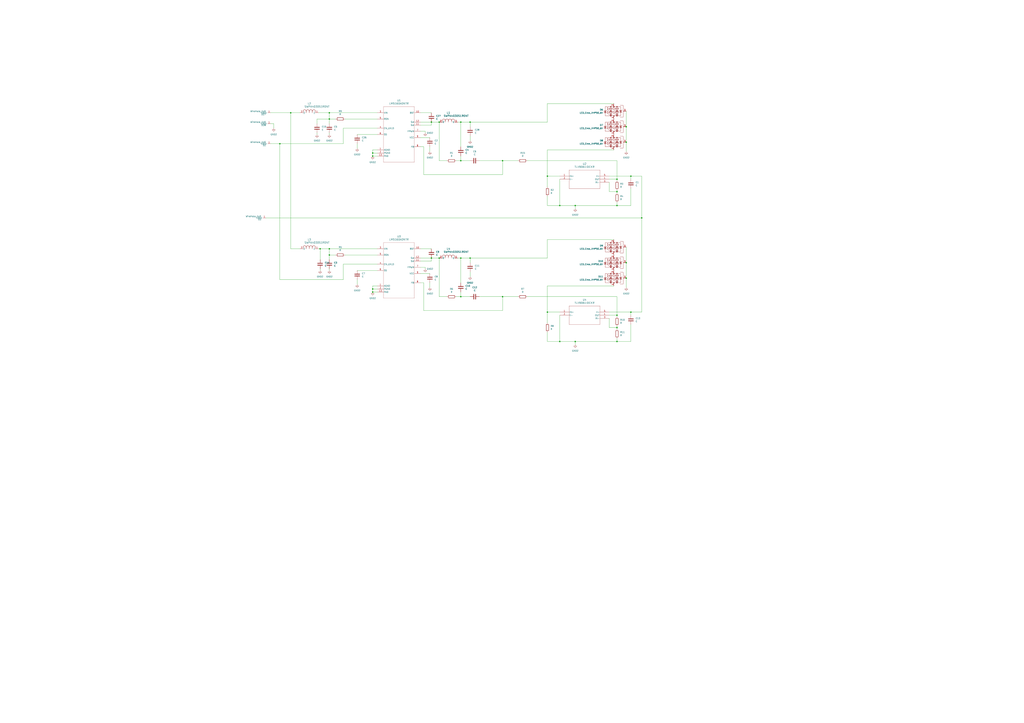
<source format=kicad_sch>
(kicad_sch (version 20230121) (generator eeschema)
  (paper "A1")
  (lib_symbols
    (symbol "Connectors_for_Wire:WireHole_1p5"
      (property "Reference" "D" (at 0 -1.27 0))
      (property "Value" "WireHole_1p5" (at 0 1.27 0))
      (symbol "WireHole_1p5_1_0"
        (pin bidirectional line (at 0 0 0) (length 2.54) (name "Conn") (number "1"))
      )
    )
    (symbol "DCK5_TEX:TLV9061IDCKR" (pin_names (offset 0.254))
      (property "Reference" "U" (at 20.32 10.16 0))
      (property "Value" "TLV9061IDCKR" (at 20.32 7.62 0))
      (symbol "TLV9061IDCKR_0_1"
        (polyline (pts (xy 7.62 -10.16) (xy 33.02 -10.16)) (stroke (width 0.127)))
        (polyline (pts (xy 7.62 5.08) (xy 7.62 -10.16)) (stroke (width 0.127)))
        (polyline (pts (xy 33.02 -10.16) (xy 33.02 5.08)) (stroke (width 0.127)))
        (polyline (pts (xy 33.02 5.08) (xy 7.62 5.08)) (stroke (width 0.127)))
        (pin input line (at 0 0 0) (length 7.62) (name "IN+") (number "1"))
        (pin power_in line (at 0 -2.54 0) (length 7.62) (name "V-") (number "2"))
        (pin input line (at 40.64 -5.08 180) (length 7.62) (name "IN-") (number "3"))
        (pin output line (at 40.64 -2.54 180) (length 7.62) (name "OUT") (number "4"))
        (pin power_in line (at 40.64 0 180) (length 7.62) (name "V+") (number "5"))
      )
    )
    (symbol "Device:C" (pin_numbers hide) (pin_names (offset 0.254))
      (property "Reference" "C" (at 0.635 2.54 0))
      (property "Value" "C" (at 0.635 -2.54 0))
      (symbol "C_0_1"
        (polyline (pts (xy -2.032 -0.762) (xy 2.032 -0.762)) (stroke (width 0.508)))
        (polyline (pts (xy -2.032 0.762) (xy 2.032 0.762)) (stroke (width 0.508)))
      )
      (symbol "C_1_1"
        (pin passive line (at 0 3.81 270) (length 2.794) (name "~") (number "1"))
        (pin passive line (at 0 -3.81 90) (length 2.794) (name "~") (number "2"))
      )
    )
    (symbol "Device:R" (pin_numbers hide) (pin_names (offset 0))
      (property "Reference" "R" (at 2.032 0 90))
      (property "Value" "R" (at 0 0 90))
      (symbol "R_0_1"
        (rectangle (start -1.016 -2.54) (end 1.016 2.54) (stroke (width 0.254)))
      )
      (symbol "R_1_1"
        (pin passive line (at 0 3.81 270) (length 1.27) (name "~") (number "1"))
        (pin passive line (at 0 -3.81 90) (length 1.27) (name "~") (number "2"))
      )
    )
    (symbol "LED:LED_Cree_XHP50_6V" (pin_names (offset 1.016) hide)
      (property "Reference" "D" (at 0 11.43 0))
      (property "Value" "LED_Cree_XHP50_6V" (at 0 9.525 0))
      (symbol "LED_Cree_XHP50_6V_0_1"
        (circle (center -3.81 -2.54) (radius 0.3556) (fill (type outline)))
        (circle (center -3.81 0) (radius 0.3556) (fill (type outline)))
        (circle (center -3.81 2.54) (radius 0.3556) (fill (type outline)))
        (polyline (pts (xy -3.81 -2.54) (xy 3.81 -2.54)))
        (polyline (pts (xy -3.048 -3.81) (xy -3.048 -1.27)) (stroke (width 0.254)))
        (polyline (pts (xy -3.048 1.27) (xy -3.048 3.81)) (stroke (width 0.254)))
        (polyline (pts (xy -0.127 1.27) (xy -0.127 3.81)) (stroke (width 0.254)))
        (polyline (pts (xy 0 -3.81) (xy 0 -1.27)) (stroke (width 0.254)))
        (polyline (pts (xy 3.81 2.54) (xy -3.81 2.54)))
        (polyline (pts (xy -4.826 -5.08) (xy -4.826 -7.62) (xy 4.826 -7.62) (xy 4.826 -5.08)))
        (polyline (pts (xy -0.508 -3.81) (xy -0.508 -1.27) (xy -3.048 -2.54) (xy -0.508 -3.81)) (stroke (width 0.254)))
        (polyline (pts (xy -0.508 1.27) (xy -0.508 3.81) (xy -3.048 2.54) (xy -0.508 1.27)) (stroke (width 0.254)))
        (polyline (pts (xy 0.508 6.096) (xy 0.254 6.35) (xy 0.254 7.874) (xy 0 8.128)) (stroke (width 0.254)))
        (polyline (pts (xy 0.889 -6.604) (xy 0.635 -6.35) (xy 0.635 -4.826) (xy 0.381 -4.572)) (stroke (width 0.254)))
        (polyline (pts (xy 2.413 1.27) (xy 2.413 3.81) (xy -0.127 2.54) (xy 2.413 1.27)) (stroke (width 0.254)))
        (polyline (pts (xy 2.54 -3.81) (xy 2.54 -1.27) (xy 0 -2.54) (xy 2.54 -3.81)) (stroke (width 0.254)))
        (polyline (pts (xy -3.81 -5.588) (xy -3.81 7.112) (xy 3.81 7.112) (xy 3.81 -5.588) (xy -3.81 -5.588)))
        (polyline (pts (xy -2.667 -1.143) (xy -1.143 0.381) (xy -1.905 0.381) (xy -1.143 0.381) (xy -1.143 -0.381)))
        (polyline (pts (xy -2.667 3.937) (xy -1.143 5.461) (xy -1.905 5.461) (xy -1.143 5.461) (xy -1.143 4.699)))
        (polyline (pts (xy -1.397 -1.143) (xy 0.127 0.381) (xy -0.635 0.381) (xy 0.127 0.381) (xy 0.127 -0.381)))
        (polyline (pts (xy -1.397 3.937) (xy 0.127 5.461) (xy -0.635 5.461) (xy 0.127 5.461) (xy 0.127 4.699)))
        (polyline (pts (xy -1.27 6.35) (xy -1.27 7.874) (xy 0.254 7.112) (xy -1.27 6.35) (xy -1.27 6.604)) (stroke (width 0.254)))
        (polyline (pts (xy -0.889 -6.35) (xy -0.889 -4.826) (xy 0.635 -5.588) (xy -0.889 -6.35) (xy -0.889 -6.096)) (stroke (width 0.254)))
        (polyline (pts (xy 0.254 3.937) (xy 1.778 5.461) (xy 1.016 5.461) (xy 1.778 5.461) (xy 1.778 4.699)))
        (polyline (pts (xy 0.381 -1.143) (xy 1.905 0.381) (xy 1.143 0.381) (xy 1.905 0.381) (xy 1.905 -0.381)))
        (polyline (pts (xy 1.524 3.937) (xy 3.048 5.461) (xy 2.286 5.461) (xy 3.048 5.461) (xy 3.048 4.699)))
        (polyline (pts (xy 1.651 -1.143) (xy 3.175 0.381) (xy 2.413 0.381) (xy 3.175 0.381) (xy 3.175 -0.381)))
        (circle (center 3.81 -2.54) (radius 0.3556) (fill (type outline)))
        (circle (center 3.81 0) (radius 0.3556) (fill (type outline)))
        (circle (center 3.81 2.54) (radius 0.3556) (fill (type outline)))
      )
      (symbol "LED_Cree_XHP50_6V_1_1"
        (pin passive line (at -6.35 0 0) (length 2.54) (name "K") (number "1"))
        (pin passive line (at 6.35 0 180) (length 2.54) (name "A") (number "2"))
        (pin passive line (at 0 -10.16 90) (length 2.54) (name "PAD") (number "3"))
      )
    )
    (symbol "LM5160ADNTR:LM5160ADNTR" (pin_names (offset 0.254))
      (property "Reference" "U" (at 0 2.54 0))
      (property "Value" "LM5160ADNTR" (at 0 0 0))
      (symbol "LM5160ADNTR_0_1"
        (polyline (pts (xy -12.7 -22.86) (xy 12.7 -22.86)) (stroke (width 0.1016)))
        (polyline (pts (xy -12.7 22.86) (xy -12.7 -22.86)) (stroke (width 0.1016)))
        (polyline (pts (xy 12.7 -22.86) (xy 12.7 22.86)) (stroke (width 0.1016)))
        (polyline (pts (xy 12.7 22.86) (xy -12.7 22.86)) (stroke (width 0.1016)))
        (pin power_in line (at -17.78 -12.7 0) (length 5.08) (name "AGND") (number "1"))
        (pin power_in line (at 17.78 17.78 180) (length 5.08) (name "BST") (number "10"))
        (pin power_in line (at 17.78 7.62 180) (length 5.08) (name "SW") (number "11"))
        (pin power_in line (at 17.78 10.16 180) (length 5.08) (name "SW") (number "12"))
        (pin power_in line (at -17.78 -17.78 0) (length 5.08) (name "PAD") (number "13"))
        (pin power_in line (at -17.78 -15.24 0) (length 5.08) (name "PGND") (number "2"))
        (pin power_in line (at -17.78 17.78 0) (length 5.08) (name "VIN") (number "3"))
        (pin input line (at -17.78 5.08 0) (length 5.08) (name "EN_UVLO") (number "4"))
        (pin input line (at -17.78 12.7 0) (length 5.08) (name "RON") (number "5"))
        (pin input line (at -17.78 0 0) (length 5.08) (name "SS") (number "6"))
        (pin input line (at 17.78 2.54 180) (length 5.08) (name "FPWM") (number "7"))
        (pin input line (at 17.78 -10.16 180) (length 5.08) (name "FB") (number "8"))
        (pin power_in line (at 17.78 -2.54 180) (length 5.08) (name "VCC") (number "9"))
      )
    )
    (symbol "SWPA4030S1R0NT:SWPA4030S1R0NT" (pin_names (offset 0.254))
      (property "Reference" "L" (at 6.985 5.08 0))
      (property "Value" "SWPA4030S1R0NT" (at 6.985 -2.54 0))
      (symbol "SWPA4030S1R0NT_1_1"
        (polyline (pts (xy 2.54 0) (xy 2.54 1.27)) (stroke (width 0.2032)))
        (polyline (pts (xy 5.08 0) (xy 5.08 1.27)) (stroke (width 0.2032)))
        (polyline (pts (xy 7.62 0) (xy 7.62 1.27)) (stroke (width 0.2032)))
        (polyline (pts (xy 10.16 0) (xy 10.16 1.27)) (stroke (width 0.2032)))
        (polyline (pts (xy 12.7 0) (xy 12.7 1.27)) (stroke (width 0.2032)))
        (arc (start 5.08 1.27) (mid 3.81 2.5345) (end 2.54 1.27) (stroke (width 0.2032)))
        (arc (start 7.62 1.27) (mid 6.35 2.5345) (end 5.08 1.27) (stroke (width 0.2032)))
        (arc (start 10.16 1.27) (mid 8.89 2.5345) (end 7.62 1.27) (stroke (width 0.2032)))
        (arc (start 12.7 1.27) (mid 11.43 2.5345) (end 10.16 1.27) (stroke (width 0.2032)))
        (pin unspecified line (at 15.24 0 180) (length 2.54) (name "1") (number "1"))
        (pin unspecified line (at 0 0 0) (length 2.54) (name "2") (number "2"))
      )
      (symbol "SWPA4030S1R0NT_1_2"
        (arc (start -1.27 5.08) (mid -2.5345 3.81) (end -1.27 2.54) (stroke (width 0.2032)))
        (arc (start -1.27 7.62) (mid -2.5345 6.35) (end -1.27 5.08) (stroke (width 0.2032)))
        (arc (start -1.27 10.16) (mid -2.5345 8.89) (end -1.27 7.62) (stroke (width 0.2032)))
        (arc (start -1.27 12.7) (mid -2.5345 11.43) (end -1.27 10.16) (stroke (width 0.2032)))
        (polyline (pts (xy 0 2.54) (xy -1.27 2.54)) (stroke (width 0.2032)))
        (polyline (pts (xy 0 5.08) (xy -1.27 5.08)) (stroke (width 0.2032)))
        (polyline (pts (xy 0 7.62) (xy -1.27 7.62)) (stroke (width 0.2032)))
        (polyline (pts (xy 0 10.16) (xy -1.27 10.16)) (stroke (width 0.2032)))
        (polyline (pts (xy 0 12.7) (xy -1.27 12.7)) (stroke (width 0.2032)))
        (pin unspecified line (at 0 15.24 270) (length 2.54) (name "1") (number "1"))
        (pin unspecified line (at 0 0 90) (length 2.54) (name "2") (number "2"))
      )
    )
    (symbol "power:GND2" (power) (pin_names (offset 0))
      (property "Value" "GND2" (at 0 -3.81 0))
      (symbol "GND2_0_1"
        (polyline (pts (xy 0 0) (xy 0 -1.27) (xy 1.27 -1.27) (xy 0 -2.54) (xy -1.27 -1.27) (xy 0 -1.27)))
      )
      (symbol "GND2_1_1"
        (pin power_in line (at 0 0 270) (length 0) hide (name "GND2") (number "1"))
      )
    )
  )
  (junction (at 378.46 100.33))
  (junction (at 306.07 125.73))
  (junction (at 506.73 147.32))
  (junction (at 506.73 157.48))
  (junction (at 378.46 132.08))
  (junction (at 354.33 100.33))
  (junction (at 386.08 212.09))
  (junction (at 412.75 243.84))
  (junction (at 360.68 212.09))
  (junction (at 449.58 144.78))
  (junction (at 354.33 212.09))
  (junction (at 514.35 215.9))
  (junction (at 472.44 280.67))
  (junction (at 306.07 128.27))
  (junction (at 518.16 256.54))
  (junction (at 306.07 240.03))
  (junction (at 506.73 280.67))
  (junction (at 472.44 168.91))
  (junction (at 506.73 168.91))
  (junction (at 306.07 237.49))
  (junction (at 506.73 259.08))
  (junction (at 449.58 256.54))
  (junction (at 514.35 116.84))
  (junction (at 360.68 100.33))
  (junction (at 514.35 104.14))
  (junction (at 386.08 100.33))
  (junction (at 229.87 118.11))
  (junction (at 514.35 228.6))
  (junction (at 459.74 168.91))
  (junction (at 527.05 179.07))
  (junction (at 270.51 209.55))
  (junction (at 270.51 97.79))
  (junction (at 412.75 132.08))
  (junction (at 238.76 92.71))
  (junction (at 506.73 269.24))
  (junction (at 459.74 280.67))
  (junction (at 518.16 144.78))
  (junction (at 378.46 243.84))
  (junction (at 270.51 204.47))
  (junction (at 270.51 92.71))
  (junction (at 378.46 212.09))
  (junction (at 262.89 204.47))
  (wire (pts (xy 500.38 144.78) (xy 518.16 144.78)))
  (wire (pts (xy 449.58 196.85) (xy 449.58 212.09)))
  (wire (pts (xy 378.46 243.84) (xy 386.08 243.84)))
  (wire (pts (xy 345.44 92.71) (xy 354.33 92.71)))
  (wire (pts (xy 378.46 100.33) (xy 378.46 120.65)))
  (wire (pts (xy 347.98 120.65) (xy 347.98 143.51)))
  (wire (pts (xy 449.58 280.67) (xy 459.74 280.67)))
  (wire (pts (xy 500.38 259.08) (xy 506.73 259.08)))
  (wire (pts (xy 386.08 100.33) (xy 449.58 100.33)))
  (wire (pts (xy 360.68 243.84) (xy 367.03 243.84)))
  (wire (pts (xy 449.58 161.29) (xy 449.58 168.91)))
  (wire (pts (xy 347.98 255.27) (xy 412.75 255.27)))
  (wire (pts (xy 238.76 92.71) (xy 222.25 92.71)))
  (wire (pts (xy 270.51 97.79) (xy 270.51 92.71)))
  (wire (pts (xy 345.44 224.79) (xy 353.06 224.79)))
  (wire (pts (xy 309.88 123.19) (xy 306.07 123.19)))
  (wire (pts (xy 500.38 147.32) (xy 506.73 147.32)))
  (wire (pts (xy 345.44 214.63) (xy 354.33 214.63)))
  (wire (pts (xy 433.07 243.84) (xy 506.73 243.84)))
  (wire (pts (xy 270.51 97.79) (xy 275.59 97.79)))
  (wire (pts (xy 518.16 144.78) (xy 527.05 144.78)))
  (wire (pts (xy 459.74 147.32) (xy 459.74 168.91)))
  (wire (pts (xy 270.51 101.6) (xy 270.51 97.79)))
  (wire (pts (xy 309.88 237.49) (xy 306.07 237.49)))
  (wire (pts (xy 360.68 132.08) (xy 367.03 132.08)))
  (wire (pts (xy 386.08 100.33) (xy 386.08 104.14)))
  (wire (pts (xy 281.94 217.17) (xy 309.88 217.17)))
  (wire (pts (xy 353.06 120.65) (xy 353.06 124.46)))
  (wire (pts (xy 281.94 217.17) (xy 281.94 229.87)))
  (wire (pts (xy 386.08 212.09) (xy 386.08 215.9)))
  (wire (pts (xy 506.73 157.48) (xy 506.73 158.75)))
  (wire (pts (xy 378.46 212.09) (xy 386.08 212.09)))
  (wire (pts (xy 293.37 222.25) (xy 309.88 222.25)))
  (wire (pts (xy 349.25 107.95) (xy 349.25 109.22)))
  (wire (pts (xy 459.74 259.08) (xy 459.74 280.67)))
  (wire (pts (xy 260.35 101.6) (xy 260.35 97.79)))
  (wire (pts (xy 347.98 232.41) (xy 347.98 255.27)))
  (wire (pts (xy 518.16 154.94) (xy 518.16 168.91)))
  (wire (pts (xy 449.58 256.54) (xy 459.74 256.54)))
  (wire (pts (xy 281.94 118.11) (xy 229.87 118.11)))
  (wire (pts (xy 506.73 157.48) (xy 506.73 156.21)))
  (wire (pts (xy 375.92 100.33) (xy 378.46 100.33)))
  (wire (pts (xy 345.44 232.41) (xy 347.98 232.41)))
  (wire (pts (xy 224.79 101.6) (xy 224.79 105.41)))
  (wire (pts (xy 433.07 132.08) (xy 506.73 132.08)))
  (wire (pts (xy 412.75 143.51) (xy 412.75 132.08)))
  (wire (pts (xy 229.87 229.87) (xy 281.94 229.87)))
  (wire (pts (xy 229.87 118.11) (xy 229.87 229.87)))
  (wire (pts (xy 261.62 204.47) (xy 262.89 204.47)))
  (wire (pts (xy 238.76 92.71) (xy 238.76 204.47)))
  (wire (pts (xy 360.68 100.33) (xy 360.68 132.08)))
  (wire (pts (xy 283.21 97.79) (xy 309.88 97.79)))
  (wire (pts (xy 281.94 105.41) (xy 281.94 118.11)))
  (wire (pts (xy 306.07 240.03) (xy 309.88 240.03)))
  (wire (pts (xy 449.58 273.05) (xy 449.58 280.67)))
  (wire (pts (xy 262.89 204.47) (xy 262.89 213.36)))
  (wire (pts (xy 518.16 256.54) (xy 518.16 259.08)))
  (wire (pts (xy 378.46 243.84) (xy 378.46 240.03)))
  (wire (pts (xy 518.16 266.7) (xy 518.16 280.67)))
  (wire (pts (xy 449.58 265.43) (xy 449.58 256.54)))
  (wire (pts (xy 283.21 209.55) (xy 309.88 209.55)))
  (wire (pts (xy 378.46 132.08) (xy 386.08 132.08)))
  (wire (pts (xy 412.75 243.84) (xy 425.45 243.84)))
  (wire (pts (xy 378.46 100.33) (xy 386.08 100.33)))
  (wire (pts (xy 506.73 280.67) (xy 472.44 280.67)))
  (wire (pts (xy 500.38 269.24) (xy 506.73 269.24)))
  (wire (pts (xy 504.19 234.95) (xy 449.58 234.95)))
  (wire (pts (xy 260.35 109.22) (xy 260.35 110.49)))
  (wire (pts (xy 270.51 213.36) (xy 270.51 209.55)))
  (wire (pts (xy 386.08 223.52) (xy 386.08 227.33)))
  (wire (pts (xy 345.44 102.87) (xy 354.33 102.87)))
  (wire (pts (xy 345.44 100.33) (xy 354.33 100.33)))
  (wire (pts (xy 386.08 212.09) (xy 449.58 212.09)))
  (wire (pts (xy 518.16 256.54) (xy 527.05 256.54)))
  (wire (pts (xy 500.38 149.86) (xy 500.38 157.48)))
  (wire (pts (xy 506.73 132.08) (xy 506.73 147.32)))
  (wire (pts (xy 506.73 269.24) (xy 506.73 267.97)))
  (wire (pts (xy 472.44 280.67) (xy 472.44 283.21)))
  (wire (pts (xy 449.58 123.19) (xy 449.58 144.78)))
  (wire (pts (xy 345.44 120.65) (xy 347.98 120.65)))
  (wire (pts (xy 506.73 148.59) (xy 506.73 147.32)))
  (wire (pts (xy 506.73 260.35) (xy 506.73 259.08)))
  (wire (pts (xy 514.35 215.9) (xy 514.35 228.6)))
  (wire (pts (xy 349.25 107.95) (xy 345.44 107.95)))
  (wire (pts (xy 309.88 125.73) (xy 306.07 125.73)))
  (wire (pts (xy 518.16 280.67) (xy 506.73 280.67)))
  (wire (pts (xy 518.16 144.78) (xy 518.16 147.32)))
  (wire (pts (xy 306.07 237.49) (xy 306.07 240.03)))
  (wire (pts (xy 222.25 101.6) (xy 224.79 101.6)))
  (wire (pts (xy 270.51 220.98) (xy 270.51 222.25)))
  (wire (pts (xy 412.75 132.08) (xy 425.45 132.08)))
  (wire (pts (xy 349.25 219.71) (xy 349.25 220.98)))
  (wire (pts (xy 374.65 243.84) (xy 378.46 243.84)))
  (wire (pts (xy 306.07 234.95) (xy 306.07 237.49)))
  (wire (pts (xy 504.19 85.09) (xy 449.58 85.09)))
  (wire (pts (xy 500.38 261.62) (xy 500.38 269.24)))
  (wire (pts (xy 449.58 168.91) (xy 459.74 168.91)))
  (wire (pts (xy 262.89 204.47) (xy 270.51 204.47)))
  (wire (pts (xy 306.07 125.73) (xy 306.07 128.27)))
  (wire (pts (xy 472.44 168.91) (xy 472.44 171.45)))
  (wire (pts (xy 262.89 220.98) (xy 262.89 222.25)))
  (wire (pts (xy 293.37 110.49) (xy 309.88 110.49)))
  (wire (pts (xy 518.16 168.91) (xy 506.73 168.91)))
  (wire (pts (xy 514.35 203.2) (xy 514.35 215.9)))
  (wire (pts (xy 270.51 92.71) (xy 309.88 92.71)))
  (wire (pts (xy 354.33 214.63) (xy 354.33 212.09)))
  (wire (pts (xy 514.35 228.6) (xy 514.35 236.22)))
  (wire (pts (xy 270.51 209.55) (xy 270.51 204.47)))
  (wire (pts (xy 345.44 212.09) (xy 354.33 212.09)))
  (wire (pts (xy 500.38 256.54) (xy 518.16 256.54)))
  (wire (pts (xy 354.33 102.87) (xy 354.33 100.33)))
  (wire (pts (xy 393.7 132.08) (xy 412.75 132.08)))
  (wire (pts (xy 306.07 123.19) (xy 306.07 125.73)))
  (wire (pts (xy 270.51 209.55) (xy 275.59 209.55)))
  (wire (pts (xy 270.51 204.47) (xy 309.88 204.47)))
  (wire (pts (xy 504.19 123.19) (xy 449.58 123.19)))
  (wire (pts (xy 281.94 105.41) (xy 309.88 105.41)))
  (wire (pts (xy 229.87 118.11) (xy 222.25 118.11)))
  (wire (pts (xy 293.37 229.87) (xy 293.37 233.68)))
  (wire (pts (xy 360.68 212.09) (xy 360.68 243.84)))
  (wire (pts (xy 353.06 232.41) (xy 353.06 236.22)))
  (wire (pts (xy 246.38 204.47) (xy 238.76 204.47)))
  (wire (pts (xy 412.75 255.27) (xy 412.75 243.84)))
  (wire (pts (xy 514.35 104.14) (xy 514.35 116.84)))
  (wire (pts (xy 504.19 196.85) (xy 449.58 196.85)))
  (wire (pts (xy 354.33 212.09) (xy 360.68 212.09)))
  (wire (pts (xy 514.35 116.84) (xy 514.35 124.46)))
  (wire (pts (xy 246.38 92.71) (xy 238.76 92.71)))
  (wire (pts (xy 354.33 100.33) (xy 360.68 100.33)))
  (wire (pts (xy 506.73 166.37) (xy 506.73 168.91)))
  (wire (pts (xy 261.62 92.71) (xy 270.51 92.71)))
  (wire (pts (xy 378.46 132.08) (xy 378.46 128.27)))
  (wire (pts (xy 514.35 91.44) (xy 514.35 104.14)))
  (wire (pts (xy 527.05 179.07) (xy 527.05 256.54)))
  (wire (pts (xy 293.37 118.11) (xy 293.37 121.92)))
  (wire (pts (xy 345.44 113.03) (xy 353.06 113.03)))
  (wire (pts (xy 449.58 153.67) (xy 449.58 144.78)))
  (wire (pts (xy 527.05 179.07) (xy 218.44 179.07)))
  (wire (pts (xy 449.58 85.09) (xy 449.58 100.33)))
  (wire (pts (xy 386.08 111.76) (xy 386.08 115.57)))
  (wire (pts (xy 449.58 234.95) (xy 449.58 256.54)))
  (wire (pts (xy 506.73 168.91) (xy 472.44 168.91)))
  (wire (pts (xy 306.07 128.27) (xy 309.88 128.27)))
  (wire (pts (xy 506.73 243.84) (xy 506.73 259.08)))
  (wire (pts (xy 449.58 144.78) (xy 459.74 144.78)))
  (wire (pts (xy 393.7 243.84) (xy 412.75 243.84)))
  (wire (pts (xy 345.44 204.47) (xy 354.33 204.47)))
  (wire (pts (xy 270.51 109.22) (xy 270.51 110.49)))
  (wire (pts (xy 309.88 234.95) (xy 306.07 234.95)))
  (wire (pts (xy 375.92 212.09) (xy 378.46 212.09)))
  (wire (pts (xy 349.25 219.71) (xy 345.44 219.71)))
  (wire (pts (xy 347.98 143.51) (xy 412.75 143.51)))
  (wire (pts (xy 472.44 168.91) (xy 459.74 168.91)))
  (wire (pts (xy 506.73 278.13) (xy 506.73 280.67)))
  (wire (pts (xy 260.35 97.79) (xy 270.51 97.79)))
  (wire (pts (xy 500.38 157.48) (xy 506.73 157.48)))
  (wire (pts (xy 378.46 212.09) (xy 378.46 232.41)))
  (wire (pts (xy 374.65 132.08) (xy 378.46 132.08)))
  (wire (pts (xy 472.44 280.67) (xy 459.74 280.67)))
  (wire (pts (xy 506.73 269.24) (xy 506.73 270.51)))
  (wire (pts (xy 527.05 144.78) (xy 527.05 179.07)))
  (symbol (lib_id "Device:C") (at 378.46 124.46 0) (unit 1)
    (property "Reference" "C4" (at 382.27 123.19 0) (effects (justify left)))
    (property "Value" "C" (at 382.27 125.73 0) (effects (justify left)))
    (property "Footprint" "Capacitor_SMD:C_0402_1005Metric_Pad0.74x0.62mm_HandSolder" (effects hide))
  )
  (symbol (lib_id "power:GND2") (at 349.25 109.22 0) (unit 1)
    (property "Reference" "#PWR03" (effects hide))
    (property "Value" "GND2" (at 353.06 109.22 0))
  )
  (symbol (lib_id "power:GND2") (at 386.08 115.57 0) (unit 1)
    (property "Reference" "#PWR012" (effects hide))
    (property "Value" "GND2" (at 386.08 120.65 0))
  )
  (symbol (lib_id "LED:LED_Cree_XHP50_6V") (at 504.19 91.44 90) (unit 1)
    (property "Reference" "D6" (at 495.3 90.17 90) (effects (justify left)))
    (property "Value" "LED_Cree_XHP50_6V" (at 495.3 92.71 90) (effects (justify left)))
    (property "Footprint" "LED_SMD:LED_Cree-XHP50_6V" (effects hide))
    (property "Datasheet" "http://www.cree.com/%7E/media/Files/Cree/LED%20Components%20and%20Modules/XLamp/Data%20and%20Binning/ds%20XHP50.pdf" (effects hide))
  )
  (symbol (lib_id "LED:LED_Cree_XHP50_6V") (at 504.19 228.6 90) (unit 1)
    (property "Reference" "D11" (at 495.3 227.33 90) (effects (justify left)))
    (property "Value" "LED_Cree_XHP50_6V" (at 495.3 229.87 90) (effects (justify left)))
    (property "Footprint" "LED_SMD:LED_Cree-XHP50_6V" (effects hide))
    (property "Datasheet" "http://www.cree.com/%7E/media/Files/Cree/LED%20Components%20and%20Modules/XLamp/Data%20and%20Binning/ds%20XHP50.pdf" (effects hide))
  )
  (symbol (lib_id "Device:R") (at 449.58 269.24 0) (unit 1)
    (property "Reference" "R8" (at 452.12 267.97 0) (effects (justify left)))
    (property "Value" "R" (at 452.12 270.51 0) (effects (justify left)))
    (property "Footprint" "Resistor_SMD:R_0603_1608Metric_Pad0.98x0.95mm_HandSolder" (effects hide))
  )
  (symbol (lib_id "LM5160ADNTR:LM5160ADNTR") (at 327.66 222.25 0) (unit 1)
    (property "Reference" "U3" (at 327.66 194.31 0) (effects (font (size 1.524 1.524))))
    (property "Value" "LM5160ADNTR" (at 327.66 196.85 0) (effects (font (size 1.524 1.524))))
    (property "Footprint" "ul_LM5160ADNTR:DNT0012B" (effects hide))
    (property "Datasheet" "LM5160ADNTR" (effects hide))
  )
  (symbol (lib_id "power:GND2") (at 270.51 222.25 0) (unit 1)
    (property "Reference" "#PWR04" (effects hide))
    (property "Value" "GND2" (at 270.51 227.33 0))
  )
  (symbol (lib_id "power:GND2") (at 349.25 220.98 0) (unit 1)
    (property "Reference" "#PWR08" (effects hide))
    (property "Value" "GND2" (at 353.06 220.98 0))
  )
  (symbol (lib_id "Device:C") (at 270.51 217.17 0) (unit 1)
    (property "Reference" "C3" (at 274.32 215.9 0) (effects (justify left)))
    (property "Value" "C" (at 274.32 218.44 0) (effects (justify left)))
    (property "Footprint" "Capacitor_SMD:C_0805_2012Metric_Pad1.18x1.45mm_HandSolder" (effects hide))
  )
  (symbol (lib_id "Device:R") (at 506.73 162.56 180) (unit 1)
    (property "Reference" "R4" (at 509.27 161.29 0) (effects (justify right)))
    (property "Value" "R" (at 509.27 163.83 0) (effects (justify right)))
    (property "Footprint" "Resistor_SMD:R_0402_1005Metric_Pad0.72x0.64mm_HandSolder" (effects hide))
  )
  (symbol (lib_id "power:GND2") (at 224.79 105.41 0) (unit 1)
    (property "Reference" "#PWR019" (effects hide))
    (property "Value" "GND2" (at 224.79 110.49 0))
  )
  (symbol (lib_id "Device:R") (at 429.26 132.08 270) (unit 1)
    (property "Reference" "R15" (at 429.26 125.73 90))
    (property "Value" "R" (at 429.26 128.27 90))
    (property "Footprint" "Resistor_SMD:R_0402_1005Metric_Pad0.72x0.64mm_HandSolder" (effects hide))
  )
  (symbol (lib_id "power:GND2") (at 262.89 222.25 0) (unit 1)
    (property "Reference" "#PWR02" (effects hide))
    (property "Value" "GND2" (at 262.89 227.33 0))
  )
  (symbol (lib_id "Device:R") (at 370.84 243.84 270) (unit 1)
    (property "Reference" "R6" (at 370.84 237.49 90))
    (property "Value" "R" (at 370.84 240.03 90))
    (property "Footprint" "Resistor_SMD:R_0402_1005Metric_Pad0.72x0.64mm_HandSolder" (effects hide))
  )
  (symbol (lib_id "SWPA4030S1R0NT:SWPA4030S1R0NT") (at 246.38 92.71 0) (unit 1)
    (property "Reference" "L2" (at 254 85.09 0) (effects (font (size 1.524 1.524))))
    (property "Value" "SWPA4030S1R0NT" (at 260.35 87.63 0) (effects (font (size 1.524 1.524))))
    (property "Footprint" "ul_SWPA4030S1R0NT:IND_SWPA4030S_SNL" (effects hide))
    (property "Datasheet" "SWPA4030S1R0NT" (effects hide))
  )
  (symbol (lib_id "power:GND2") (at 306.07 128.27 0) (unit 1)
    (property "Reference" "#PWR015" (effects hide))
    (property "Value" "GND2" (at 306.07 133.35 0))
  )
  (symbol (lib_id "Device:C") (at 389.89 132.08 90) (unit 1)
    (property "Reference" "C6" (at 389.89 124.46 90))
    (property "Value" "C" (at 389.89 127 90))
    (property "Footprint" "Capacitor_SMD:C_0402_1005Metric_Pad0.74x0.62mm_HandSolder" (effects hide))
  )
  (symbol (lib_id "Device:R") (at 506.73 274.32 180) (unit 1)
    (property "Reference" "R11" (at 509.27 273.05 0) (effects (justify right)))
    (property "Value" "R" (at 509.27 275.59 0) (effects (justify right)))
    (property "Footprint" "Resistor_SMD:R_0402_1005Metric_Pad0.72x0.64mm_HandSolder" (effects hide))
  )
  (symbol (lib_id "Device:C") (at 378.46 236.22 0) (unit 1)
    (property "Reference" "C10" (at 382.27 234.95 0) (effects (justify left)))
    (property "Value" "C" (at 382.27 237.49 0) (effects (justify left)))
    (property "Footprint" "Capacitor_SMD:C_0402_1005Metric_Pad0.74x0.62mm_HandSolder" (effects hide))
  )
  (symbol (lib_id "Device:C") (at 260.35 105.41 0) (unit 1)
    (property "Reference" "C15" (at 264.16 104.14 0) (effects (justify left)))
    (property "Value" "C" (at 264.16 106.68 0) (effects (justify left)))
    (property "Footprint" "Capacitor_SMD:C_0402_1005Metric_Pad0.74x0.62mm_HandSolder" (effects hide))
  )
  (symbol (lib_id "power:GND2") (at 472.44 283.21 0) (unit 1)
    (property "Reference" "#PWR013" (effects hide))
    (property "Value" "GND2" (at 472.44 288.29 0))
  )
  (symbol (lib_id "Device:R") (at 429.26 243.84 270) (unit 1)
    (property "Reference" "R7" (at 429.26 237.49 90))
    (property "Value" "R" (at 429.26 240.03 90))
    (property "Footprint" "Resistor_SMD:R_0402_1005Metric_Pad0.72x0.64mm_HandSolder" (effects hide))
  )
  (symbol (lib_id "Connectors_for_Wire:WireHole_1p5") (at 222.25 101.6 180) (unit 1)
    (property "Reference" "D28" (at 218.44 102.8701 0) (effects (justify left)))
    (property "Value" "WireHole_1p5" (at 218.44 100.3301 0) (effects (justify left)))
    (property "Footprint" "Wire_holes:WireHole_1p2" (effects hide))
  )
  (symbol (lib_id "Device:C") (at 386.08 107.95 0) (unit 1)
    (property "Reference" "C28" (at 389.89 106.68 0) (effects (justify left)))
    (property "Value" "C" (at 389.89 109.22 0) (effects (justify left)))
    (property "Footprint" "Capacitor_SMD:C_0603_1608Metric_Pad1.08x0.95mm_HandSolder" (effects hide))
  )
  (symbol (lib_id "Device:R") (at 506.73 264.16 180) (unit 1)
    (property "Reference" "R10" (at 509.27 262.89 0) (effects (justify right)))
    (property "Value" "R" (at 509.27 265.43 0) (effects (justify right)))
    (property "Footprint" "Resistor_SMD:R_0402_1005Metric_Pad0.72x0.64mm_HandSolder" (effects hide))
  )
  (symbol (lib_id "Connectors_for_Wire:WireHole_1p5") (at 222.25 118.11 180) (unit 1)
    (property "Reference" "D2" (at 218.44 119.3801 0) (effects (justify left)))
    (property "Value" "WireHole_1p5" (at 218.44 116.8401 0) (effects (justify left)))
    (property "Footprint" "Connector_Pin:Pin_D0.7mm_L6.5mm_W1.8mm_FlatFork" (effects hide))
  )
  (symbol (lib_id "Device:C") (at 386.08 219.71 0) (unit 1)
    (property "Reference" "C11" (at 389.89 218.44 0) (effects (justify left)))
    (property "Value" "C" (at 389.89 220.98 0) (effects (justify left)))
    (property "Footprint" "Capacitor_SMD:C_0603_1608Metric_Pad1.08x0.95mm_HandSolder" (effects hide))
  )
  (symbol (lib_id "SWPA4030S1R0NT:SWPA4030S1R0NT") (at 360.68 212.09 0) (unit 1)
    (property "Reference" "L4" (at 368.3 204.47 0) (effects (font (size 1.524 1.524))))
    (property "Value" "SWPA4030S1R0NT" (at 374.65 207.01 0) (effects (font (size 1.524 1.524))))
    (property "Footprint" "ul_SWPA4030S1R0NT:IND_SWPA4030S_SNL" (effects hide))
    (property "Datasheet" "SWPA4030S1R0NT" (effects hide))
  )
  (symbol (lib_id "power:GND2") (at 472.44 171.45 0) (unit 1)
    (property "Reference" "#PWR05" (effects hide))
    (property "Value" "GND2" (at 472.44 176.53 0))
  )
  (symbol (lib_id "LED:LED_Cree_XHP50_6V") (at 504.19 116.84 90) (unit 1)
    (property "Reference" "D8" (at 495.3 115.57 90) (effects (justify left)))
    (property "Value" "LED_Cree_XHP50_6V" (at 495.3 118.11 90) (effects (justify left)))
    (property "Footprint" "LED_SMD:LED_Cree-XHP50_6V" (effects hide))
    (property "Datasheet" "http://www.cree.com/%7E/media/Files/Cree/LED%20Components%20and%20Modules/XLamp/Data%20and%20Binning/ds%20XHP50.pdf" (effects hide))
  )
  (symbol (lib_id "power:GND2") (at 260.35 110.49 0) (unit 1)
    (property "Reference" "#PWR017" (effects hide))
    (property "Value" "GND2" (at 260.35 115.57 0))
  )
  (symbol (lib_id "Device:R") (at 506.73 152.4 180) (unit 1)
    (property "Reference" "R3" (at 509.27 151.13 0) (effects (justify right)))
    (property "Value" "R" (at 509.27 153.67 0) (effects (justify right)))
    (property "Footprint" "Resistor_SMD:R_0402_1005Metric_Pad0.72x0.64mm_HandSolder" (effects hide))
  )
  (symbol (lib_id "LED:LED_Cree_XHP50_6V") (at 504.19 215.9 90) (unit 1)
    (property "Reference" "D10" (at 495.3 214.63 90) (effects (justify left)))
    (property "Value" "LED_Cree_XHP50_6V" (at 495.3 217.17 90) (effects (justify left)))
    (property "Footprint" "LED_SMD:LED_Cree-XHP50_6V" (effects hide))
    (property "Datasheet" "http://www.cree.com/%7E/media/Files/Cree/LED%20Components%20and%20Modules/XLamp/Data%20and%20Binning/ds%20XHP50.pdf" (effects hide))
  )
  (symbol (lib_id "Connectors_for_Wire:WireHole_1p5") (at 218.44 179.07 180) (unit 1)
    (property "Reference" "D3" (at 214.63 180.3401 0) (effects (justify left)))
    (property "Value" "WireHole_1p5" (at 214.63 177.8001 0) (effects (justify left)))
    (property "Footprint" "Wire_holes:WireHole_1p2" (effects hide))
  )
  (symbol (lib_id "DCK5_TEX:TLV9061IDCKR") (at 459.74 144.78 0) (unit 1)
    (property "Reference" "U2" (at 480.06 134.62 0) (effects (font (size 1.524 1.524))))
    (property "Value" "TLV9061IDCKR" (at 480.06 137.16 0) (effects (font (size 1.524 1.524))))
    (property "Footprint" "ul_TLV9061IDCKR:DCK5_TEX" (effects hide))
    (property "Datasheet" "TLV9061IDCKR" (effects hide))
  )
  (symbol (lib_id "Device:C") (at 353.06 228.6 0) (unit 1)
    (property "Reference" "C8" (at 356.87 227.33 0) (effects (justify left)))
    (property "Value" "C" (at 356.87 229.87 0) (effects (justify left)))
    (property "Footprint" "Capacitor_SMD:C_0402_1005Metric_Pad0.74x0.62mm_HandSolder" (effects hide))
  )
  (symbol (lib_id "Device:R") (at 370.84 132.08 270) (unit 1)
    (property "Reference" "R1" (at 370.84 125.73 90))
    (property "Value" "R" (at 370.84 128.27 90))
    (property "Footprint" "Resistor_SMD:R_0402_1005Metric_Pad0.72x0.64mm_HandSolder" (effects hide))
  )
  (symbol (lib_id "power:GND2") (at 514.35 124.46 0) (unit 1)
    (property "Reference" "#PWR021" (effects hide))
    (property "Value" "GND2" (at 514.35 129.54 0))
  )
  (symbol (lib_id "power:GND2") (at 306.07 240.03 0) (unit 1)
    (property "Reference" "#PWR07" (effects hide))
    (property "Value" "GND2" (at 306.07 245.11 0))
  )
  (symbol (lib_id "Device:R") (at 449.58 157.48 0) (unit 1)
    (property "Reference" "R2" (at 452.12 156.21 0) (effects (justify left)))
    (property "Value" "R" (at 452.12 158.75 0) (effects (justify left)))
    (property "Footprint" "Resistor_SMD:R_0603_1608Metric_Pad0.98x0.95mm_HandSolder" (effects hide))
  )
  (symbol (lib_id "power:GND2") (at 386.08 227.33 0) (unit 1)
    (property "Reference" "#PWR011" (effects hide))
    (property "Value" "GND2" (at 386.08 232.41 0))
  )
  (symbol (lib_id "Device:R") (at 279.4 209.55 90) (unit 1)
    (property "Reference" "R5" (at 279.4 203.2 90))
    (property "Value" "R" (at 279.4 205.74 90))
    (property "Footprint" "Resistor_SMD:R_0603_1608Metric_Pad0.98x0.95mm_HandSolder" (effects hide))
  )
  (symbol (lib_id "Device:C") (at 354.33 208.28 0) (unit 1)
    (property "Reference" "C9" (at 358.14 207.01 0) (effects (justify left)))
    (property "Value" "C" (at 358.14 209.55 0) (effects (justify left)))
    (property "Footprint" "Capacitor_SMD:C_0402_1005Metric_Pad0.74x0.62mm_HandSolder" (effects hide))
  )
  (symbol (lib_id "Device:C") (at 389.89 243.84 90) (unit 1)
    (property "Reference" "C12" (at 389.89 236.22 90))
    (property "Value" "C" (at 389.89 238.76 90))
    (property "Footprint" "Capacitor_SMD:C_0402_1005Metric_Pad0.74x0.62mm_HandSolder" (effects hide))
  )
  (symbol (lib_id "Device:C") (at 270.51 105.41 0) (unit 1)
    (property "Reference" "C5" (at 274.32 104.14 0) (effects (justify left)))
    (property "Value" "C" (at 274.32 106.68 0) (effects (justify left)))
    (property "Footprint" "Capacitor_SMD:C_0805_2012Metric_Pad1.18x1.45mm_HandSolder" (effects hide))
  )
  (symbol (lib_id "power:GND2") (at 514.35 236.22 0) (unit 1)
    (property "Reference" "#PWR014" (effects hide))
    (property "Value" "GND2" (at 514.35 241.3 0))
  )
  (symbol (lib_id "power:GND2") (at 270.51 110.49 0) (unit 1)
    (property "Reference" "#PWR09" (effects hide))
    (property "Value" "GND2" (at 270.51 115.57 0))
  )
  (symbol (lib_id "Device:C") (at 293.37 226.06 0) (unit 1)
    (property "Reference" "C7" (at 297.18 224.79 0) (effects (justify left)))
    (property "Value" "C" (at 297.18 227.33 0) (effects (justify left)))
    (property "Footprint" "Capacitor_SMD:C_0402_1005Metric_Pad0.74x0.62mm_HandSolder" (effects hide))
  )
  (symbol (lib_id "Device:C") (at 353.06 116.84 0) (unit 1)
    (property "Reference" "C2" (at 356.87 115.57 0) (effects (justify left)))
    (property "Value" "C" (at 356.87 118.11 0) (effects (justify left)))
    (property "Footprint" "Capacitor_SMD:C_0402_1005Metric_Pad0.74x0.62mm_HandSolder" (effects hide))
  )
  (symbol (lib_id "Device:C") (at 354.33 96.52 0) (unit 1)
    (property "Reference" "C27" (at 358.14 95.25 0) (effects (justify left)))
    (property "Value" "C" (at 358.14 97.79 0) (effects (justify left)))
    (property "Footprint" "Capacitor_SMD:C_0402_1005Metric_Pad0.74x0.62mm_HandSolder" (effects hide))
  )
  (symbol (lib_id "power:GND2") (at 353.06 124.46 0) (unit 1)
    (property "Reference" "#PWR01" (effects hide))
    (property "Value" "GND2" (at 353.06 129.54 0))
  )
  (symbol (lib_id "Device:C") (at 518.16 151.13 0) (unit 1)
    (property "Reference" "C1" (at 521.97 149.86 0) (effects (justify left)))
    (property "Value" "C" (at 521.97 152.4 0) (effects (justify left)))
    (property "Footprint" "Capacitor_SMD:C_0402_1005Metric_Pad0.74x0.62mm_HandSolder" (effects hide))
  )
  (symbol (lib_id "power:GND2") (at 293.37 233.68 0) (unit 1)
    (property "Reference" "#PWR06" (effects hide))
    (property "Value" "GND2" (at 293.37 238.76 0))
  )
  (symbol (lib_id "SWPA4030S1R0NT:SWPA4030S1R0NT") (at 246.38 204.47 0) (unit 1)
    (property "Reference" "L3" (at 254 196.85 0) (effects (font (size 1.524 1.524))))
    (property "Value" "SWPA4030S1R0NT" (at 260.35 199.39 0) (effects (font (size 1.524 1.524))))
    (property "Footprint" "ul_SWPA4030S1R0NT:IND_SWPA4030S_SNL" (effects hide))
    (property "Datasheet" "SWPA4030S1R0NT" (effects hide))
  )
  (symbol (lib_id "power:GND2") (at 353.06 236.22 0) (unit 1)
    (property "Reference" "#PWR010" (effects hide))
    (property "Value" "GND2" (at 353.06 241.3 0))
  )
  (symbol (lib_id "Connectors_for_Wire:WireHole_1p5") (at 222.25 92.71 180) (unit 1)
    (property "Reference" "D27" (at 218.44 93.9801 0) (effects (justify left)))
    (property "Value" "WireHole_1p5" (at 218.44 91.4401 0) (effects (justify left)))
    (property "Footprint" "Wire_holes:WireHole_1p2" (effects hide))
  )
  (symbol (lib_id "LED:LED_Cree_XHP50_6V") (at 504.19 104.14 90) (unit 1)
    (property "Reference" "D7" (at 495.3 102.87 90) (effects (justify left)))
    (property "Value" "LED_Cree_XHP50_6V" (at 495.3 105.41 90) (effects (justify left)))
    (property "Footprint" "LED_SMD:LED_Cree-XHP50_6V" (effects hide))
    (property "Datasheet" "http://www.cree.com/%7E/media/Files/Cree/LED%20Components%20and%20Modules/XLamp/Data%20and%20Binning/ds%20XHP50.pdf" (effects hide))
  )
  (symbol (lib_id "DCK5_TEX:TLV9061IDCKR") (at 459.74 256.54 0) (unit 1)
    (property "Reference" "U4" (at 480.06 246.38 0) (effects (font (size 1.524 1.524))))
    (property "Value" "TLV9061IDCKR" (at 480.06 248.92 0) (effects (font (size 1.524 1.524))))
    (property "Footprint" "ul_TLV9061IDCKR:DCK5_TEX" (effects hide))
    (property "Datasheet" "TLV9061IDCKR" (effects hide))
  )
  (symbol (lib_id "Device:R") (at 279.4 97.79 90) (unit 1)
    (property "Reference" "R9" (at 279.4 91.44 90))
    (property "Value" "R" (at 279.4 93.98 90))
    (property "Footprint" "Resistor_SMD:R_0603_1608Metric_Pad0.98x0.95mm_HandSolder" (effects hide))
  )
  (symbol (lib_id "SWPA4030S1R0NT:SWPA4030S1R0NT") (at 360.68 100.33 0) (unit 1)
    (property "Reference" "L1" (at 368.3 92.71 0) (effects (font (size 1.524 1.524))))
    (property "Value" "SWPA4030S1R0NT" (at 374.65 95.25 0) (effects (font (size 1.524 1.524))))
    (property "Footprint" "ul_SWPA4030S1R0NT:IND_SWPA4030S_SNL" (effects hide))
    (property "Datasheet" "SWPA4030S1R0NT" (effects hide))
  )
  (symbol (lib_id "LED:LED_Cree_XHP50_6V") (at 504.19 203.2 90) (unit 1)
    (property "Reference" "D9" (at 495.3 201.93 90) (effects (justify left)))
    (property "Value" "LED_Cree_XHP50_6V" (at 495.3 204.47 90) (effects (justify left)))
    (property "Footprint" "LED_SMD:LED_Cree-XHP50_6V" (effects hide))
    (property "Datasheet" "http://www.cree.com/%7E/media/Files/Cree/LED%20Components%20and%20Modules/XLamp/Data%20and%20Binning/ds%20XHP50.pdf" (effects hide))
  )
  (symbol (lib_id "power:GND2") (at 293.37 121.92 0) (unit 1)
    (property "Reference" "#PWR016" (effects hide))
    (property "Value" "GND2" (at 293.37 127 0))
  )
  (symbol (lib_id "Device:C") (at 518.16 262.89 0) (unit 1)
    (property "Reference" "C13" (at 521.97 261.62 0) (effects (justify left)))
    (property "Value" "C" (at 521.97 264.16 0) (effects (justify left)))
    (property "Footprint" "Capacitor_SMD:C_0402_1005Metric_Pad0.74x0.62mm_HandSolder" (effects hide))
  )
  (symbol (lib_id "Device:C") (at 262.89 217.17 0) (unit 1)
    (property "Reference" "C14" (at 266.7 215.9 0) (effects (justify left)))
    (property "Value" "C" (at 266.7 218.44 0) (effects (justify left)))
    (property "Footprint" "Capacitor_SMD:C_0402_1005Metric_Pad0.74x0.62mm_HandSolder" (effects hide))
  )
  (symbol (lib_id "LM5160ADNTR:LM5160ADNTR") (at 327.66 110.49 0) (unit 1)
    (property "Reference" "U1" (at 327.66 82.55 0) (effects (font (size 1.524 1.524))))
    (property "Value" "LM5160ADNTR" (at 327.66 85.09 0) (effects (font (size 1.524 1.524))))
    (property "Footprint" "ul_LM5160ADNTR:DNT0012B" (effects hide))
    (property "Datasheet" "LM5160ADNTR" (effects hide))
  )
  (symbol (lib_id "Device:C") (at 293.37 114.3 0) (unit 1)
    (property "Reference" "C26" (at 297.18 113.03 0) (effects (justify left)))
    (property "Value" "C" (at 297.18 115.57 0) (effects (justify left)))
    (property "Footprint" "Capacitor_SMD:C_0402_1005Metric_Pad0.74x0.62mm_HandSolder" (effects hide))
  )
)
</source>
